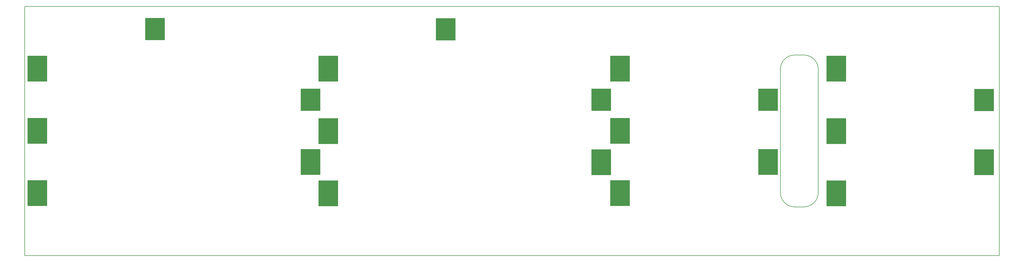
<source format=gtp>
G04*
G04 #@! TF.GenerationSoftware,Altium Limited,Altium Designer,18.1.11 (251)*
G04*
G04 Layer_Color=8421504*
%FSLAX44Y44*%
%MOMM*%
G71*
G01*
G75*
%ADD10C,0.2000*%
%ADD11R,6.5000X8.5300*%
%ADD12R,6.5000X7.3500*%
D10*
X2684900Y407100D02*
G03*
X2732000Y360000I47099J-1D01*
G01*
X2732000Y860000D02*
G03*
X2684900Y812900I-1J-47098D01*
G01*
X2809500Y812501D02*
G03*
X2762000Y860000I-47593J-94D01*
G01*
X2762000Y360000D02*
G03*
X2809500Y407500I0J47500D01*
G01*
X2732000Y360000D02*
X2762000Y360000D01*
X2684900Y812900D02*
X2684900Y407100D01*
X2732000Y860000D02*
X2762000Y860000D01*
X2809500Y812501D02*
X2809500Y407500D01*
X200000Y200000D02*
Y1020000D01*
X3405000D01*
Y200000D02*
Y1020000D01*
X200000Y200000D02*
X3405000D01*
D11*
X2868500Y814750D02*
D03*
Y609750D02*
D03*
Y404750D02*
D03*
X3355000Y507250D02*
D03*
X1198000Y814806D02*
D03*
Y609805D02*
D03*
Y404805D02*
D03*
X2096000Y507305D02*
D03*
X242000Y815000D02*
D03*
Y610000D02*
D03*
Y405000D02*
D03*
X1140000Y507500D02*
D03*
X2158000Y815000D02*
D03*
Y610000D02*
D03*
Y405000D02*
D03*
X2644500Y507500D02*
D03*
D12*
X3355000Y712250D02*
D03*
X1584500Y945005D02*
D03*
X2096000Y712306D02*
D03*
X628500Y945200D02*
D03*
X1140000Y712500D02*
D03*
X2644500D02*
D03*
M02*

</source>
